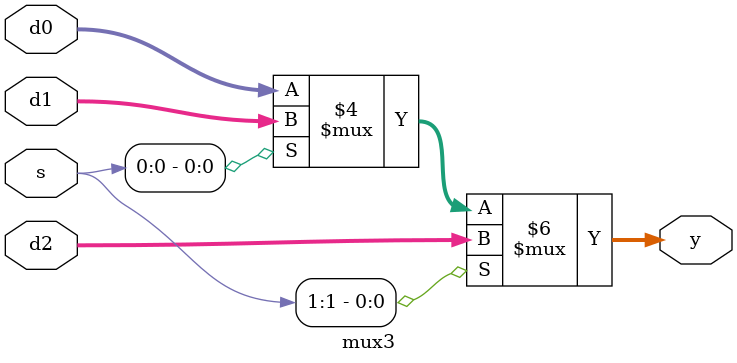
<source format=sv>
module mux3 #(parameter WIDTH = 8)
             (input [WIDTH-1:0] d0, d1, d2,   // data in
              input [1:0]       s, 		   // control in
              output logic [WIDTH-1:0] y);		   // data out

// fill in guts
//  s1   s0    y
//  0     0   d0
//  0     1	  d1
//  1     0   d2
//  1     1	  d2

always_comb
begin: MUX3
  if (s[1] == 1) begin
    y = d2;
  end else begin
    y = (s[0] == 1) ? d1 : d0;
  end
end

endmodule



</source>
